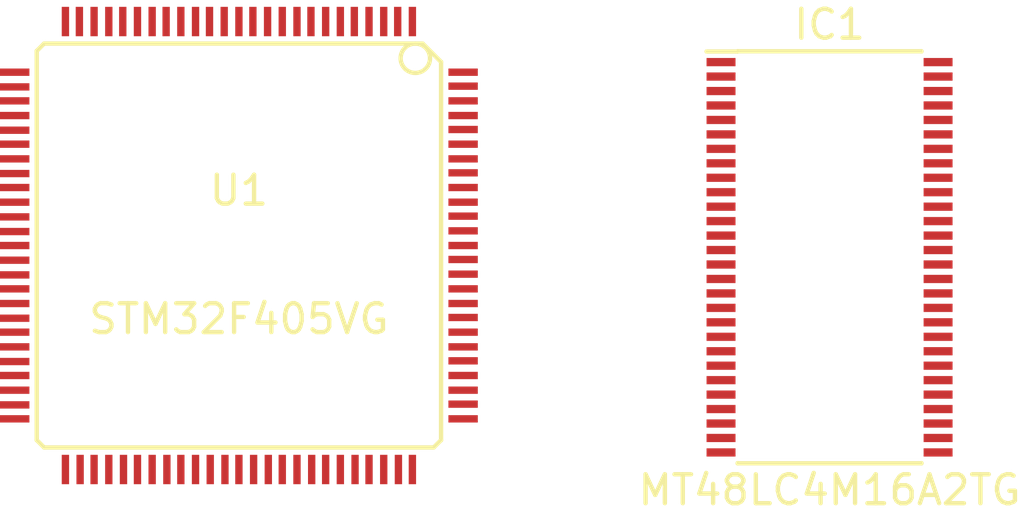
<source format=kicad_pcb>
(kicad_pcb (version 4) (host pcbnew "(2014-12-04 BZR 5312)-product")

  (general
    (links 0)
    (no_connects 0)
    (area 0 0 0 0)
    (thickness 1.6)
    (drawings 0)
    (tracks 0)
    (zones 0)
    (modules 2)
    (nets 153)
  )

  (page A4)
  (layers
    (0 F.Cu signal)
    (31 B.Cu signal)
    (32 B.Adhes user)
    (33 F.Adhes user)
    (34 B.Paste user)
    (35 F.Paste user)
    (36 B.SilkS user)
    (37 F.SilkS user)
    (38 B.Mask user)
    (39 F.Mask user)
    (40 Dwgs.User user)
    (41 Cmts.User user)
    (42 Eco1.User user)
    (43 Eco2.User user)
    (44 Edge.Cuts user)
    (45 Margin user)
    (46 B.CrtYd user)
    (47 F.CrtYd user)
    (48 B.Fab user)
    (49 F.Fab user)
  )

  (setup
    (last_trace_width 0.254)
    (trace_clearance 0.254)
    (zone_clearance 0.508)
    (zone_45_only no)
    (trace_min 0.254)
    (segment_width 0.2)
    (edge_width 0.1)
    (via_size 0.889)
    (via_drill 0.635)
    (via_min_size 0.889)
    (via_min_drill 0.508)
    (uvia_size 0.508)
    (uvia_drill 0.127)
    (uvias_allowed no)
    (uvia_min_size 0.508)
    (uvia_min_drill 0.127)
    (pcb_text_width 0.3)
    (pcb_text_size 1.5 1.5)
    (mod_edge_width 0.15)
    (mod_text_size 1 1)
    (mod_text_width 0.15)
    (pad_size 1.5 1.5)
    (pad_drill 0.6)
    (pad_to_mask_clearance 0)
    (aux_axis_origin 0 0)
    (visible_elements FFFFFF7F)
    (pcbplotparams
      (layerselection 0x00030_80000001)
      (usegerberextensions false)
      (excludeedgelayer true)
      (linewidth 0.100000)
      (plotframeref false)
      (viasonmask false)
      (mode 1)
      (useauxorigin false)
      (hpglpennumber 1)
      (hpglpenspeed 20)
      (hpglpendiameter 15)
      (hpglpenoverlay 2)
      (psnegative false)
      (psa4output false)
      (plotreference true)
      (plotvalue true)
      (plotinvisibletext false)
      (padsonsilk false)
      (subtractmaskfromsilk false)
      (outputformat 1)
      (mirror false)
      (drillshape 1)
      (scaleselection 1)
      (outputdirectory ""))
  )

  (net 0 "")
  (net 1 "Net-(IC1-Pad1)")
  (net 2 "Net-(IC1-Pad2)")
  (net 3 "Net-(IC1-Pad3)")
  (net 4 "Net-(IC1-Pad4)")
  (net 5 "Net-(IC1-Pad5)")
  (net 6 "Net-(IC1-Pad6)")
  (net 7 "Net-(IC1-Pad7)")
  (net 8 "Net-(IC1-Pad8)")
  (net 9 "Net-(IC1-Pad9)")
  (net 10 "Net-(IC1-Pad10)")
  (net 11 "Net-(IC1-Pad11)")
  (net 12 "Net-(IC1-Pad12)")
  (net 13 "Net-(IC1-Pad13)")
  (net 14 "Net-(IC1-Pad14)")
  (net 15 "Net-(IC1-Pad15)")
  (net 16 "Net-(IC1-Pad16)")
  (net 17 "Net-(IC1-Pad17)")
  (net 18 "Net-(IC1-Pad18)")
  (net 19 "Net-(IC1-Pad19)")
  (net 20 "Net-(IC1-Pad20)")
  (net 21 "Net-(IC1-Pad21)")
  (net 22 "Net-(IC1-Pad22)")
  (net 23 "Net-(IC1-Pad23)")
  (net 24 "Net-(IC1-Pad24)")
  (net 25 "Net-(IC1-Pad25)")
  (net 26 "Net-(IC1-Pad26)")
  (net 27 "Net-(IC1-Pad27)")
  (net 28 "Net-(IC1-Pad28)")
  (net 29 "Net-(IC1-Pad29)")
  (net 30 "Net-(IC1-Pad30)")
  (net 31 "Net-(IC1-Pad31)")
  (net 32 "Net-(IC1-Pad32)")
  (net 33 "Net-(IC1-Pad33)")
  (net 34 "Net-(IC1-Pad34)")
  (net 35 "Net-(IC1-Pad35)")
  (net 36 "Net-(IC1-Pad37)")
  (net 37 "Net-(IC1-Pad38)")
  (net 38 "Net-(IC1-Pad39)")
  (net 39 "Net-(IC1-Pad41)")
  (net 40 "Net-(IC1-Pad42)")
  (net 41 "Net-(IC1-Pad43)")
  (net 42 "Net-(IC1-Pad44)")
  (net 43 "Net-(IC1-Pad45)")
  (net 44 "Net-(IC1-Pad46)")
  (net 45 "Net-(IC1-Pad47)")
  (net 46 "Net-(IC1-Pad48)")
  (net 47 "Net-(IC1-Pad49)")
  (net 48 "Net-(IC1-Pad50)")
  (net 49 "Net-(IC1-Pad51)")
  (net 50 "Net-(IC1-Pad52)")
  (net 51 "Net-(IC1-Pad53)")
  (net 52 "Net-(IC1-Pad54)")
  (net 53 "Net-(U1-Pad100)")
  (net 54 "Net-(U1-Pad76)")
  (net 55 "Net-(U1-Pad77)")
  (net 56 "Net-(U1-Pad78)")
  (net 57 "Net-(U1-Pad79)")
  (net 58 "Net-(U1-Pad80)")
  (net 59 "Net-(U1-Pad81)")
  (net 60 "Net-(U1-Pad82)")
  (net 61 "Net-(U1-Pad83)")
  (net 62 "Net-(U1-Pad84)")
  (net 63 "Net-(U1-Pad85)")
  (net 64 "Net-(U1-Pad86)")
  (net 65 "Net-(U1-Pad87)")
  (net 66 "Net-(U1-Pad88)")
  (net 67 "Net-(U1-Pad89)")
  (net 68 "Net-(U1-Pad90)")
  (net 69 "Net-(U1-Pad91)")
  (net 70 "Net-(U1-Pad92)")
  (net 71 "Net-(U1-Pad93)")
  (net 72 "Net-(U1-Pad94)")
  (net 73 "Net-(U1-Pad95)")
  (net 74 "Net-(U1-Pad96)")
  (net 75 "Net-(U1-Pad97)")
  (net 76 "Net-(U1-Pad98)")
  (net 77 "Net-(U1-Pad99)")
  (net 78 "Net-(U1-Pad75)")
  (net 79 "Net-(U1-Pad51)")
  (net 80 "Net-(U1-Pad52)")
  (net 81 "Net-(U1-Pad53)")
  (net 82 "Net-(U1-Pad54)")
  (net 83 "Net-(U1-Pad55)")
  (net 84 "Net-(U1-Pad56)")
  (net 85 "Net-(U1-Pad57)")
  (net 86 "Net-(U1-Pad58)")
  (net 87 "Net-(U1-Pad59)")
  (net 88 "Net-(U1-Pad60)")
  (net 89 "Net-(U1-Pad61)")
  (net 90 "Net-(U1-Pad62)")
  (net 91 "Net-(U1-Pad63)")
  (net 92 "Net-(U1-Pad64)")
  (net 93 "Net-(U1-Pad65)")
  (net 94 "Net-(U1-Pad66)")
  (net 95 "Net-(U1-Pad67)")
  (net 96 "Net-(U1-Pad68)")
  (net 97 "Net-(U1-Pad69)")
  (net 98 "Net-(U1-Pad70)")
  (net 99 "Net-(U1-Pad71)")
  (net 100 "Net-(U1-Pad72)")
  (net 101 "Net-(U1-Pad73)")
  (net 102 "Net-(U1-Pad74)")
  (net 103 "Net-(U1-Pad1)")
  (net 104 "Net-(U1-Pad2)")
  (net 105 "Net-(U1-Pad3)")
  (net 106 "Net-(U1-Pad4)")
  (net 107 "Net-(U1-Pad5)")
  (net 108 "Net-(U1-Pad6)")
  (net 109 "Net-(U1-Pad7)")
  (net 110 "Net-(U1-Pad8)")
  (net 111 "Net-(U1-Pad9)")
  (net 112 "Net-(U1-Pad10)")
  (net 113 "Net-(U1-Pad11)")
  (net 114 "Net-(U1-Pad12)")
  (net 115 "Net-(U1-Pad13)")
  (net 116 "Net-(U1-Pad14)")
  (net 117 "Net-(U1-Pad15)")
  (net 118 "Net-(U1-Pad16)")
  (net 119 "Net-(U1-Pad17)")
  (net 120 "Net-(U1-Pad18)")
  (net 121 "Net-(U1-Pad19)")
  (net 122 "Net-(U1-Pad20)")
  (net 123 "Net-(U1-Pad21)")
  (net 124 "Net-(U1-Pad22)")
  (net 125 "Net-(U1-Pad23)")
  (net 126 "Net-(U1-Pad24)")
  (net 127 "Net-(U1-Pad25)")
  (net 128 "Net-(U1-Pad26)")
  (net 129 "Net-(U1-Pad27)")
  (net 130 "Net-(U1-Pad28)")
  (net 131 "Net-(U1-Pad29)")
  (net 132 "Net-(U1-Pad30)")
  (net 133 "Net-(U1-Pad31)")
  (net 134 "Net-(U1-Pad32)")
  (net 135 "Net-(U1-Pad33)")
  (net 136 "Net-(U1-Pad34)")
  (net 137 "Net-(U1-Pad35)")
  (net 138 "Net-(U1-Pad36)")
  (net 139 "Net-(U1-Pad37)")
  (net 140 "Net-(U1-Pad38)")
  (net 141 "Net-(U1-Pad39)")
  (net 142 "Net-(U1-Pad40)")
  (net 143 "Net-(U1-Pad41)")
  (net 144 "Net-(U1-Pad42)")
  (net 145 "Net-(U1-Pad43)")
  (net 146 "Net-(U1-Pad44)")
  (net 147 "Net-(U1-Pad45)")
  (net 148 "Net-(U1-Pad46)")
  (net 149 "Net-(U1-Pad47)")
  (net 150 "Net-(U1-Pad48)")
  (net 151 "Net-(U1-Pad49)")
  (net 152 "Net-(U1-Pad50)")

  (net_class Default "This is the default net class."
    (clearance 0.254)
    (trace_width 0.254)
    (via_dia 0.889)
    (via_drill 0.635)
    (uvia_dia 0.508)
    (uvia_drill 0.127)
    (add_net "Net-(IC1-Pad1)")
    (add_net "Net-(IC1-Pad10)")
    (add_net "Net-(IC1-Pad11)")
    (add_net "Net-(IC1-Pad12)")
    (add_net "Net-(IC1-Pad13)")
    (add_net "Net-(IC1-Pad14)")
    (add_net "Net-(IC1-Pad15)")
    (add_net "Net-(IC1-Pad16)")
    (add_net "Net-(IC1-Pad17)")
    (add_net "Net-(IC1-Pad18)")
    (add_net "Net-(IC1-Pad19)")
    (add_net "Net-(IC1-Pad2)")
    (add_net "Net-(IC1-Pad20)")
    (add_net "Net-(IC1-Pad21)")
    (add_net "Net-(IC1-Pad22)")
    (add_net "Net-(IC1-Pad23)")
    (add_net "Net-(IC1-Pad24)")
    (add_net "Net-(IC1-Pad25)")
    (add_net "Net-(IC1-Pad26)")
    (add_net "Net-(IC1-Pad27)")
    (add_net "Net-(IC1-Pad28)")
    (add_net "Net-(IC1-Pad29)")
    (add_net "Net-(IC1-Pad3)")
    (add_net "Net-(IC1-Pad30)")
    (add_net "Net-(IC1-Pad31)")
    (add_net "Net-(IC1-Pad32)")
    (add_net "Net-(IC1-Pad33)")
    (add_net "Net-(IC1-Pad34)")
    (add_net "Net-(IC1-Pad35)")
    (add_net "Net-(IC1-Pad37)")
    (add_net "Net-(IC1-Pad38)")
    (add_net "Net-(IC1-Pad39)")
    (add_net "Net-(IC1-Pad4)")
    (add_net "Net-(IC1-Pad41)")
    (add_net "Net-(IC1-Pad42)")
    (add_net "Net-(IC1-Pad43)")
    (add_net "Net-(IC1-Pad44)")
    (add_net "Net-(IC1-Pad45)")
    (add_net "Net-(IC1-Pad46)")
    (add_net "Net-(IC1-Pad47)")
    (add_net "Net-(IC1-Pad48)")
    (add_net "Net-(IC1-Pad49)")
    (add_net "Net-(IC1-Pad5)")
    (add_net "Net-(IC1-Pad50)")
    (add_net "Net-(IC1-Pad51)")
    (add_net "Net-(IC1-Pad52)")
    (add_net "Net-(IC1-Pad53)")
    (add_net "Net-(IC1-Pad54)")
    (add_net "Net-(IC1-Pad6)")
    (add_net "Net-(IC1-Pad7)")
    (add_net "Net-(IC1-Pad8)")
    (add_net "Net-(IC1-Pad9)")
    (add_net "Net-(U1-Pad1)")
    (add_net "Net-(U1-Pad10)")
    (add_net "Net-(U1-Pad100)")
    (add_net "Net-(U1-Pad11)")
    (add_net "Net-(U1-Pad12)")
    (add_net "Net-(U1-Pad13)")
    (add_net "Net-(U1-Pad14)")
    (add_net "Net-(U1-Pad15)")
    (add_net "Net-(U1-Pad16)")
    (add_net "Net-(U1-Pad17)")
    (add_net "Net-(U1-Pad18)")
    (add_net "Net-(U1-Pad19)")
    (add_net "Net-(U1-Pad2)")
    (add_net "Net-(U1-Pad20)")
    (add_net "Net-(U1-Pad21)")
    (add_net "Net-(U1-Pad22)")
    (add_net "Net-(U1-Pad23)")
    (add_net "Net-(U1-Pad24)")
    (add_net "Net-(U1-Pad25)")
    (add_net "Net-(U1-Pad26)")
    (add_net "Net-(U1-Pad27)")
    (add_net "Net-(U1-Pad28)")
    (add_net "Net-(U1-Pad29)")
    (add_net "Net-(U1-Pad3)")
    (add_net "Net-(U1-Pad30)")
    (add_net "Net-(U1-Pad31)")
    (add_net "Net-(U1-Pad32)")
    (add_net "Net-(U1-Pad33)")
    (add_net "Net-(U1-Pad34)")
    (add_net "Net-(U1-Pad35)")
    (add_net "Net-(U1-Pad36)")
    (add_net "Net-(U1-Pad37)")
    (add_net "Net-(U1-Pad38)")
    (add_net "Net-(U1-Pad39)")
    (add_net "Net-(U1-Pad4)")
    (add_net "Net-(U1-Pad40)")
    (add_net "Net-(U1-Pad41)")
    (add_net "Net-(U1-Pad42)")
    (add_net "Net-(U1-Pad43)")
    (add_net "Net-(U1-Pad44)")
    (add_net "Net-(U1-Pad45)")
    (add_net "Net-(U1-Pad46)")
    (add_net "Net-(U1-Pad47)")
    (add_net "Net-(U1-Pad48)")
    (add_net "Net-(U1-Pad49)")
    (add_net "Net-(U1-Pad5)")
    (add_net "Net-(U1-Pad50)")
    (add_net "Net-(U1-Pad51)")
    (add_net "Net-(U1-Pad52)")
    (add_net "Net-(U1-Pad53)")
    (add_net "Net-(U1-Pad54)")
    (add_net "Net-(U1-Pad55)")
    (add_net "Net-(U1-Pad56)")
    (add_net "Net-(U1-Pad57)")
    (add_net "Net-(U1-Pad58)")
    (add_net "Net-(U1-Pad59)")
    (add_net "Net-(U1-Pad6)")
    (add_net "Net-(U1-Pad60)")
    (add_net "Net-(U1-Pad61)")
    (add_net "Net-(U1-Pad62)")
    (add_net "Net-(U1-Pad63)")
    (add_net "Net-(U1-Pad64)")
    (add_net "Net-(U1-Pad65)")
    (add_net "Net-(U1-Pad66)")
    (add_net "Net-(U1-Pad67)")
    (add_net "Net-(U1-Pad68)")
    (add_net "Net-(U1-Pad69)")
    (add_net "Net-(U1-Pad7)")
    (add_net "Net-(U1-Pad70)")
    (add_net "Net-(U1-Pad71)")
    (add_net "Net-(U1-Pad72)")
    (add_net "Net-(U1-Pad73)")
    (add_net "Net-(U1-Pad74)")
    (add_net "Net-(U1-Pad75)")
    (add_net "Net-(U1-Pad76)")
    (add_net "Net-(U1-Pad77)")
    (add_net "Net-(U1-Pad78)")
    (add_net "Net-(U1-Pad79)")
    (add_net "Net-(U1-Pad8)")
    (add_net "Net-(U1-Pad80)")
    (add_net "Net-(U1-Pad81)")
    (add_net "Net-(U1-Pad82)")
    (add_net "Net-(U1-Pad83)")
    (add_net "Net-(U1-Pad84)")
    (add_net "Net-(U1-Pad85)")
    (add_net "Net-(U1-Pad86)")
    (add_net "Net-(U1-Pad87)")
    (add_net "Net-(U1-Pad88)")
    (add_net "Net-(U1-Pad89)")
    (add_net "Net-(U1-Pad9)")
    (add_net "Net-(U1-Pad90)")
    (add_net "Net-(U1-Pad91)")
    (add_net "Net-(U1-Pad92)")
    (add_net "Net-(U1-Pad93)")
    (add_net "Net-(U1-Pad94)")
    (add_net "Net-(U1-Pad95)")
    (add_net "Net-(U1-Pad96)")
    (add_net "Net-(U1-Pad97)")
    (add_net "Net-(U1-Pad98)")
    (add_net "Net-(U1-Pad99)")
  )

  (module Housings_SSOP:TSSOP-56_6.1x14mm_Pitch0.5mm (layer F.Cu) (tedit 54130A77) (tstamp 54B5A414)
    (at 168.91 105.41)
    (descr "TSSOP56: plastic thin shrink small outline package; 56 leads; body width 6.1 mm (see NXP SSOP-TSSOP-VSO-REFLOW.pdf and sot364-1_po.pdf)")
    (tags "SSOP 0.5")
    (path /54B5A1C5)
    (attr smd)
    (fp_text reference IC1 (at 0 -8.05) (layer F.SilkS)
      (effects (font (size 1 1) (thickness 0.15)))
    )
    (fp_text value MT48LC4M16A2TG (at 0 8.05) (layer F.SilkS)
      (effects (font (size 1 1) (thickness 0.15)))
    )
    (fp_line (start -4.5 -7.3) (end -4.5 7.3) (layer F.CrtYd) (width 0.05))
    (fp_line (start 4.5 -7.3) (end 4.5 7.3) (layer F.CrtYd) (width 0.05))
    (fp_line (start -4.5 -7.3) (end 4.5 -7.3) (layer F.CrtYd) (width 0.05))
    (fp_line (start -4.5 7.3) (end 4.5 7.3) (layer F.CrtYd) (width 0.05))
    (fp_line (start -3.175 -7.125) (end -3.175 -7.1175) (layer F.SilkS) (width 0.15))
    (fp_line (start 3.175 -7.125) (end 3.175 -7.1175) (layer F.SilkS) (width 0.15))
    (fp_line (start 3.175 7.125) (end 3.175 7.1175) (layer F.SilkS) (width 0.15))
    (fp_line (start -3.175 7.125) (end -3.175 7.1175) (layer F.SilkS) (width 0.15))
    (fp_line (start -3.175 -7.125) (end 3.175 -7.125) (layer F.SilkS) (width 0.15))
    (fp_line (start -3.175 7.125) (end 3.175 7.125) (layer F.SilkS) (width 0.15))
    (fp_line (start -3.175 -7.1175) (end -4.25 -7.1175) (layer F.SilkS) (width 0.15))
    (pad 1 smd rect (at -3.75 -6.75) (size 1 0.285) (layers F.Cu F.Paste F.Mask)
      (net 1 "Net-(IC1-Pad1)"))
    (pad 2 smd rect (at -3.75 -6.25) (size 1 0.285) (layers F.Cu F.Paste F.Mask)
      (net 2 "Net-(IC1-Pad2)"))
    (pad 3 smd rect (at -3.75 -5.75) (size 1 0.285) (layers F.Cu F.Paste F.Mask)
      (net 3 "Net-(IC1-Pad3)"))
    (pad 4 smd rect (at -3.75 -5.25) (size 1 0.285) (layers F.Cu F.Paste F.Mask)
      (net 4 "Net-(IC1-Pad4)"))
    (pad 5 smd rect (at -3.75 -4.75) (size 1 0.285) (layers F.Cu F.Paste F.Mask)
      (net 5 "Net-(IC1-Pad5)"))
    (pad 6 smd rect (at -3.75 -4.25) (size 1 0.285) (layers F.Cu F.Paste F.Mask)
      (net 6 "Net-(IC1-Pad6)"))
    (pad 7 smd rect (at -3.75 -3.75) (size 1 0.285) (layers F.Cu F.Paste F.Mask)
      (net 7 "Net-(IC1-Pad7)"))
    (pad 8 smd rect (at -3.75 -3.25) (size 1 0.285) (layers F.Cu F.Paste F.Mask)
      (net 8 "Net-(IC1-Pad8)"))
    (pad 9 smd rect (at -3.75 -2.75) (size 1 0.285) (layers F.Cu F.Paste F.Mask)
      (net 9 "Net-(IC1-Pad9)"))
    (pad 10 smd rect (at -3.75 -2.25) (size 1 0.285) (layers F.Cu F.Paste F.Mask)
      (net 10 "Net-(IC1-Pad10)"))
    (pad 11 smd rect (at -3.75 -1.75) (size 1 0.285) (layers F.Cu F.Paste F.Mask)
      (net 11 "Net-(IC1-Pad11)"))
    (pad 12 smd rect (at -3.75 -1.25) (size 1 0.285) (layers F.Cu F.Paste F.Mask)
      (net 12 "Net-(IC1-Pad12)"))
    (pad 13 smd rect (at -3.75 -0.75) (size 1 0.285) (layers F.Cu F.Paste F.Mask)
      (net 13 "Net-(IC1-Pad13)"))
    (pad 14 smd rect (at -3.75 -0.25) (size 1 0.285) (layers F.Cu F.Paste F.Mask)
      (net 14 "Net-(IC1-Pad14)"))
    (pad 15 smd rect (at -3.75 0.25) (size 1 0.285) (layers F.Cu F.Paste F.Mask)
      (net 15 "Net-(IC1-Pad15)"))
    (pad 16 smd rect (at -3.75 0.75) (size 1 0.285) (layers F.Cu F.Paste F.Mask)
      (net 16 "Net-(IC1-Pad16)"))
    (pad 17 smd rect (at -3.75 1.25) (size 1 0.285) (layers F.Cu F.Paste F.Mask)
      (net 17 "Net-(IC1-Pad17)"))
    (pad 18 smd rect (at -3.75 1.75) (size 1 0.285) (layers F.Cu F.Paste F.Mask)
      (net 18 "Net-(IC1-Pad18)"))
    (pad 19 smd rect (at -3.75 2.25) (size 1 0.285) (layers F.Cu F.Paste F.Mask)
      (net 19 "Net-(IC1-Pad19)"))
    (pad 20 smd rect (at -3.75 2.75) (size 1 0.285) (layers F.Cu F.Paste F.Mask)
      (net 20 "Net-(IC1-Pad20)"))
    (pad 21 smd rect (at -3.75 3.25) (size 1 0.285) (layers F.Cu F.Paste F.Mask)
      (net 21 "Net-(IC1-Pad21)"))
    (pad 22 smd rect (at -3.75 3.75) (size 1 0.285) (layers F.Cu F.Paste F.Mask)
      (net 22 "Net-(IC1-Pad22)"))
    (pad 23 smd rect (at -3.75 4.25) (size 1 0.285) (layers F.Cu F.Paste F.Mask)
      (net 23 "Net-(IC1-Pad23)"))
    (pad 24 smd rect (at -3.75 4.75) (size 1 0.285) (layers F.Cu F.Paste F.Mask)
      (net 24 "Net-(IC1-Pad24)"))
    (pad 25 smd rect (at -3.75 5.25) (size 1 0.285) (layers F.Cu F.Paste F.Mask)
      (net 25 "Net-(IC1-Pad25)"))
    (pad 26 smd rect (at -3.75 5.75) (size 1 0.285) (layers F.Cu F.Paste F.Mask)
      (net 26 "Net-(IC1-Pad26)"))
    (pad 27 smd rect (at -3.75 6.25) (size 1 0.285) (layers F.Cu F.Paste F.Mask)
      (net 27 "Net-(IC1-Pad27)"))
    (pad 28 smd rect (at -3.75 6.75) (size 1 0.285) (layers F.Cu F.Paste F.Mask)
      (net 28 "Net-(IC1-Pad28)"))
    (pad 29 smd rect (at 3.75 6.75) (size 1 0.285) (layers F.Cu F.Paste F.Mask)
      (net 29 "Net-(IC1-Pad29)"))
    (pad 30 smd rect (at 3.75 6.25) (size 1 0.285) (layers F.Cu F.Paste F.Mask)
      (net 30 "Net-(IC1-Pad30)"))
    (pad 31 smd rect (at 3.75 5.75) (size 1 0.285) (layers F.Cu F.Paste F.Mask)
      (net 31 "Net-(IC1-Pad31)"))
    (pad 32 smd rect (at 3.75 5.25) (size 1 0.285) (layers F.Cu F.Paste F.Mask)
      (net 32 "Net-(IC1-Pad32)"))
    (pad 33 smd rect (at 3.75 4.75) (size 1 0.285) (layers F.Cu F.Paste F.Mask)
      (net 33 "Net-(IC1-Pad33)"))
    (pad 34 smd rect (at 3.75 4.25) (size 1 0.285) (layers F.Cu F.Paste F.Mask)
      (net 34 "Net-(IC1-Pad34)"))
    (pad 35 smd rect (at 3.75 3.75) (size 1 0.285) (layers F.Cu F.Paste F.Mask)
      (net 35 "Net-(IC1-Pad35)"))
    (pad 36 smd rect (at 3.75 3.25) (size 1 0.285) (layers F.Cu F.Paste F.Mask))
    (pad 37 smd rect (at 3.75 2.75) (size 1 0.285) (layers F.Cu F.Paste F.Mask)
      (net 36 "Net-(IC1-Pad37)"))
    (pad 38 smd rect (at 3.75 2.25) (size 1 0.285) (layers F.Cu F.Paste F.Mask)
      (net 37 "Net-(IC1-Pad38)"))
    (pad 39 smd rect (at 3.75 1.75) (size 1 0.285) (layers F.Cu F.Paste F.Mask)
      (net 38 "Net-(IC1-Pad39)"))
    (pad 40 smd rect (at 3.75 1.25) (size 1 0.285) (layers F.Cu F.Paste F.Mask))
    (pad 41 smd rect (at 3.75 0.75) (size 1 0.285) (layers F.Cu F.Paste F.Mask)
      (net 39 "Net-(IC1-Pad41)"))
    (pad 42 smd rect (at 3.75 0.25) (size 1 0.285) (layers F.Cu F.Paste F.Mask)
      (net 40 "Net-(IC1-Pad42)"))
    (pad 43 smd rect (at 3.75 -0.25) (size 1 0.285) (layers F.Cu F.Paste F.Mask)
      (net 41 "Net-(IC1-Pad43)"))
    (pad 44 smd rect (at 3.75 -0.75) (size 1 0.285) (layers F.Cu F.Paste F.Mask)
      (net 42 "Net-(IC1-Pad44)"))
    (pad 45 smd rect (at 3.75 -1.25) (size 1 0.285) (layers F.Cu F.Paste F.Mask)
      (net 43 "Net-(IC1-Pad45)"))
    (pad 46 smd rect (at 3.75 -1.75) (size 1 0.285) (layers F.Cu F.Paste F.Mask)
      (net 44 "Net-(IC1-Pad46)"))
    (pad 47 smd rect (at 3.75 -2.25) (size 1 0.285) (layers F.Cu F.Paste F.Mask)
      (net 45 "Net-(IC1-Pad47)"))
    (pad 48 smd rect (at 3.75 -2.75) (size 1 0.285) (layers F.Cu F.Paste F.Mask)
      (net 46 "Net-(IC1-Pad48)"))
    (pad 49 smd rect (at 3.75 -3.25) (size 1 0.285) (layers F.Cu F.Paste F.Mask)
      (net 47 "Net-(IC1-Pad49)"))
    (pad 50 smd rect (at 3.75 -3.75) (size 1 0.285) (layers F.Cu F.Paste F.Mask)
      (net 48 "Net-(IC1-Pad50)"))
    (pad 51 smd rect (at 3.75 -4.25) (size 1 0.285) (layers F.Cu F.Paste F.Mask)
      (net 49 "Net-(IC1-Pad51)"))
    (pad 52 smd rect (at 3.75 -4.75) (size 1 0.285) (layers F.Cu F.Paste F.Mask)
      (net 50 "Net-(IC1-Pad52)"))
    (pad 53 smd rect (at 3.75 -5.25) (size 1 0.285) (layers F.Cu F.Paste F.Mask)
      (net 51 "Net-(IC1-Pad53)"))
    (pad 54 smd rect (at 3.75 -5.75) (size 1 0.285) (layers F.Cu F.Paste F.Mask)
      (net 52 "Net-(IC1-Pad54)"))
    (pad 55 smd rect (at 3.75 -6.25) (size 1 0.285) (layers F.Cu F.Paste F.Mask))
    (pad 56 smd rect (at 3.75 -6.75) (size 1 0.285) (layers F.Cu F.Paste F.Mask))
    (model Housings_SSOP/TSSOP-56_6.1x14mm_Pitch0.5mm.wrl
      (at (xyz 0 0 0))
      (scale (xyz 1 1 1))
      (rotate (xyz 0 0 0))
    )
  )

  (module SMD_Packages:TQFP-100 (layer F.Cu) (tedit 54B5A3CE) (tstamp 54B5A485)
    (at 148.5011 105.0036)
    (descr "Module SMD TQFP 100 Pins")
    (tags "CMS TQFP")
    (path /54B59653)
    (attr smd)
    (fp_text reference U1 (at 0 -1.905) (layer F.SilkS)
      (effects (font (size 1 1) (thickness 0.15)))
    )
    (fp_text value STM32F405VG (at 0 2.54) (layer F.SilkS)
      (effects (font (size 1 1) (thickness 0.15)))
    )
    (fp_circle (center 6.096 -6.477) (end 6.096 -6.985) (layer F.SilkS) (width 0.15))
    (fp_line (start 6.985 -6.35) (end 6.35 -6.985) (layer F.SilkS) (width 0.15))
    (fp_line (start -6.985 -6.731) (end -6.731 -6.985) (layer F.SilkS) (width 0.15))
    (fp_line (start -6.985 6.731) (end -6.731 6.985) (layer F.SilkS) (width 0.15))
    (fp_line (start 6.731 6.985) (end 6.985 6.731) (layer F.SilkS) (width 0.15))
    (fp_line (start 6.35 -6.985) (end -6.731 -6.985) (layer F.SilkS) (width 0.15))
    (fp_line (start -6.985 -6.731) (end -6.985 6.731) (layer F.SilkS) (width 0.15))
    (fp_line (start -6.731 6.985) (end 6.731 6.985) (layer F.SilkS) (width 0.15))
    (fp_line (start 6.985 6.731) (end 6.985 -6.35) (layer F.SilkS) (width 0.15))
    (pad 100 smd rect (at 7.747 -5.9944) (size 1.016 0.254) (layers F.Cu F.Paste F.Mask)
      (net 53 "Net-(U1-Pad100)"))
    (pad 76 smd rect (at 7.747 5.9944) (size 1.016 0.254) (layers F.Cu F.Paste F.Mask)
      (net 54 "Net-(U1-Pad76)"))
    (pad 77 smd rect (at 7.747 5.4864) (size 1.016 0.254) (layers F.Cu F.Paste F.Mask)
      (net 55 "Net-(U1-Pad77)"))
    (pad 78 smd rect (at 7.747 5.0038) (size 1.016 0.254) (layers F.Cu F.Paste F.Mask)
      (net 56 "Net-(U1-Pad78)"))
    (pad 79 smd rect (at 7.747 4.4958) (size 1.016 0.254) (layers F.Cu F.Paste F.Mask)
      (net 57 "Net-(U1-Pad79)"))
    (pad 80 smd rect (at 7.747 3.9878) (size 1.016 0.254) (layers F.Cu F.Paste F.Mask)
      (net 58 "Net-(U1-Pad80)"))
    (pad 81 smd rect (at 7.747 3.5052) (size 1.016 0.254) (layers F.Cu F.Paste F.Mask)
      (net 59 "Net-(U1-Pad81)"))
    (pad 82 smd rect (at 7.747 2.9972) (size 1.016 0.254) (layers F.Cu F.Paste F.Mask)
      (net 60 "Net-(U1-Pad82)"))
    (pad 83 smd rect (at 7.747 2.4892) (size 1.016 0.254) (layers F.Cu F.Paste F.Mask)
      (net 61 "Net-(U1-Pad83)"))
    (pad 84 smd rect (at 7.747 2.0066) (size 1.016 0.254) (layers F.Cu F.Paste F.Mask)
      (net 62 "Net-(U1-Pad84)"))
    (pad 85 smd rect (at 7.747 1.4986) (size 1.016 0.254) (layers F.Cu F.Paste F.Mask)
      (net 63 "Net-(U1-Pad85)"))
    (pad 86 smd rect (at 7.747 0.9906) (size 1.016 0.254) (layers F.Cu F.Paste F.Mask)
      (net 64 "Net-(U1-Pad86)"))
    (pad 87 smd rect (at 7.747 0.4826) (size 1.016 0.254) (layers F.Cu F.Paste F.Mask)
      (net 65 "Net-(U1-Pad87)"))
    (pad 88 smd rect (at 7.747 0) (size 1.016 0.254) (layers F.Cu F.Paste F.Mask)
      (net 66 "Net-(U1-Pad88)"))
    (pad 89 smd rect (at 7.747 -0.508) (size 1.016 0.254) (layers F.Cu F.Paste F.Mask)
      (net 67 "Net-(U1-Pad89)"))
    (pad 90 smd rect (at 7.747 -1.016) (size 1.016 0.254) (layers F.Cu F.Paste F.Mask)
      (net 68 "Net-(U1-Pad90)"))
    (pad 91 smd rect (at 7.747 -1.4986) (size 1.016 0.254) (layers F.Cu F.Paste F.Mask)
      (net 69 "Net-(U1-Pad91)"))
    (pad 92 smd rect (at 7.747 -2.0066) (size 1.016 0.254) (layers F.Cu F.Paste F.Mask)
      (net 70 "Net-(U1-Pad92)"))
    (pad 93 smd rect (at 7.747 -2.5146) (size 1.016 0.254) (layers F.Cu F.Paste F.Mask)
      (net 71 "Net-(U1-Pad93)"))
    (pad 94 smd rect (at 7.747 -2.9972) (size 1.016 0.254) (layers F.Cu F.Paste F.Mask)
      (net 72 "Net-(U1-Pad94)"))
    (pad 95 smd rect (at 7.747 -3.5052) (size 1.016 0.254) (layers F.Cu F.Paste F.Mask)
      (net 73 "Net-(U1-Pad95)"))
    (pad 96 smd rect (at 7.747 -4.0132) (size 1.016 0.254) (layers F.Cu F.Paste F.Mask)
      (net 74 "Net-(U1-Pad96)"))
    (pad 97 smd rect (at 7.747 -4.4958) (size 1.016 0.254) (layers F.Cu F.Paste F.Mask)
      (net 75 "Net-(U1-Pad97)"))
    (pad 98 smd rect (at 7.747 -5.0038) (size 1.016 0.254) (layers F.Cu F.Paste F.Mask)
      (net 76 "Net-(U1-Pad98)"))
    (pad 99 smd rect (at 7.747 -5.5118) (size 1.016 0.254) (layers F.Cu F.Paste F.Mask)
      (net 77 "Net-(U1-Pad99)"))
    (pad 75 smd rect (at 5.9944 7.747) (size 0.254 1.016) (layers F.Cu F.Paste F.Mask)
      (net 78 "Net-(U1-Pad75)"))
    (pad 51 smd rect (at -5.9944 7.747) (size 0.254 1.016) (layers F.Cu F.Paste F.Mask)
      (net 79 "Net-(U1-Pad51)"))
    (pad 52 smd rect (at -5.4864 7.747) (size 0.254 1.016) (layers F.Cu F.Paste F.Mask)
      (net 80 "Net-(U1-Pad52)"))
    (pad 53 smd rect (at -5.0038 7.747) (size 0.254 1.016) (layers F.Cu F.Paste F.Mask)
      (net 81 "Net-(U1-Pad53)"))
    (pad 54 smd rect (at -4.4958 7.747) (size 0.254 1.016) (layers F.Cu F.Paste F.Mask)
      (net 82 "Net-(U1-Pad54)"))
    (pad 55 smd rect (at -3.9878 7.747) (size 0.254 1.016) (layers F.Cu F.Paste F.Mask)
      (net 83 "Net-(U1-Pad55)"))
    (pad 56 smd rect (at -3.5052 7.747) (size 0.254 1.016) (layers F.Cu F.Paste F.Mask)
      (net 84 "Net-(U1-Pad56)"))
    (pad 57 smd rect (at -2.9972 7.747) (size 0.254 1.016) (layers F.Cu F.Paste F.Mask)
      (net 85 "Net-(U1-Pad57)"))
    (pad 58 smd rect (at -2.4892 7.747) (size 0.254 1.016) (layers F.Cu F.Paste F.Mask)
      (net 86 "Net-(U1-Pad58)"))
    (pad 59 smd rect (at -2.0066 7.747) (size 0.254 1.016) (layers F.Cu F.Paste F.Mask)
      (net 87 "Net-(U1-Pad59)"))
    (pad 60 smd rect (at -1.4986 7.747) (size 0.254 1.016) (layers F.Cu F.Paste F.Mask)
      (net 88 "Net-(U1-Pad60)"))
    (pad 61 smd rect (at -0.9906 7.747) (size 0.254 1.016) (layers F.Cu F.Paste F.Mask)
      (net 89 "Net-(U1-Pad61)"))
    (pad 62 smd rect (at -0.4826 7.747) (size 0.254 1.016) (layers F.Cu F.Paste F.Mask)
      (net 90 "Net-(U1-Pad62)"))
    (pad 63 smd rect (at 0 7.747) (size 0.254 1.016) (layers F.Cu F.Paste F.Mask)
      (net 91 "Net-(U1-Pad63)"))
    (pad 64 smd rect (at 0.508 7.747) (size 0.254 1.016) (layers F.Cu F.Paste F.Mask)
      (net 92 "Net-(U1-Pad64)"))
    (pad 65 smd rect (at 1.016 7.747) (size 0.254 1.016) (layers F.Cu F.Paste F.Mask)
      (net 93 "Net-(U1-Pad65)"))
    (pad 66 smd rect (at 1.4986 7.747) (size 0.254 1.016) (layers F.Cu F.Paste F.Mask)
      (net 94 "Net-(U1-Pad66)"))
    (pad 67 smd rect (at 2.0066 7.747) (size 0.254 1.016) (layers F.Cu F.Paste F.Mask)
      (net 95 "Net-(U1-Pad67)"))
    (pad 68 smd rect (at 2.5146 7.747) (size 0.254 1.016) (layers F.Cu F.Paste F.Mask)
      (net 96 "Net-(U1-Pad68)"))
    (pad 69 smd rect (at 2.9972 7.747) (size 0.254 1.016) (layers F.Cu F.Paste F.Mask)
      (net 97 "Net-(U1-Pad69)"))
    (pad 70 smd rect (at 3.5052 7.747) (size 0.254 1.016) (layers F.Cu F.Paste F.Mask)
      (net 98 "Net-(U1-Pad70)"))
    (pad 71 smd rect (at 4.0132 7.747) (size 0.254 1.016) (layers F.Cu F.Paste F.Mask)
      (net 99 "Net-(U1-Pad71)"))
    (pad 72 smd rect (at 4.4958 7.747) (size 0.254 1.016) (layers F.Cu F.Paste F.Mask)
      (net 100 "Net-(U1-Pad72)"))
    (pad 73 smd rect (at 5.0038 7.747) (size 0.254 1.016) (layers F.Cu F.Paste F.Mask)
      (net 101 "Net-(U1-Pad73)"))
    (pad 74 smd rect (at 5.5118 7.747) (size 0.254 1.016) (layers F.Cu F.Paste F.Mask)
      (net 102 "Net-(U1-Pad74)"))
    (pad 1 smd rect (at 5.9944 -7.747) (size 0.254 1.016) (layers F.Cu F.Paste F.Mask)
      (net 103 "Net-(U1-Pad1)"))
    (pad 2 smd rect (at 5.4864 -7.747) (size 0.254 1.016) (layers F.Cu F.Paste F.Mask)
      (net 104 "Net-(U1-Pad2)"))
    (pad 3 smd rect (at 5.0038 -7.747) (size 0.254 1.016) (layers F.Cu F.Paste F.Mask)
      (net 105 "Net-(U1-Pad3)"))
    (pad 4 smd rect (at 4.4958 -7.747) (size 0.254 1.016) (layers F.Cu F.Paste F.Mask)
      (net 106 "Net-(U1-Pad4)"))
    (pad 5 smd rect (at 3.9878 -7.747) (size 0.254 1.016) (layers F.Cu F.Paste F.Mask)
      (net 107 "Net-(U1-Pad5)"))
    (pad 6 smd rect (at 3.5052 -7.747) (size 0.254 1.016) (layers F.Cu F.Paste F.Mask)
      (net 108 "Net-(U1-Pad6)"))
    (pad 7 smd rect (at 2.9972 -7.747) (size 0.254 1.016) (layers F.Cu F.Paste F.Mask)
      (net 109 "Net-(U1-Pad7)"))
    (pad 8 smd rect (at 2.4892 -7.747) (size 0.254 1.016) (layers F.Cu F.Paste F.Mask)
      (net 110 "Net-(U1-Pad8)"))
    (pad 9 smd rect (at 2.0066 -7.747) (size 0.254 1.016) (layers F.Cu F.Paste F.Mask)
      (net 111 "Net-(U1-Pad9)"))
    (pad 10 smd rect (at 1.4986 -7.747) (size 0.254 1.016) (layers F.Cu F.Paste F.Mask)
      (net 112 "Net-(U1-Pad10)"))
    (pad 11 smd rect (at 0.9906 -7.747) (size 0.254 1.016) (layers F.Cu F.Paste F.Mask)
      (net 113 "Net-(U1-Pad11)"))
    (pad 12 smd rect (at 0.4826 -7.747) (size 0.254 1.016) (layers F.Cu F.Paste F.Mask)
      (net 114 "Net-(U1-Pad12)"))
    (pad 13 smd rect (at 0 -7.747) (size 0.254 1.016) (layers F.Cu F.Paste F.Mask)
      (net 115 "Net-(U1-Pad13)"))
    (pad 14 smd rect (at -0.508 -7.747) (size 0.254 1.016) (layers F.Cu F.Paste F.Mask)
      (net 116 "Net-(U1-Pad14)"))
    (pad 15 smd rect (at -1.016 -7.747) (size 0.254 1.016) (layers F.Cu F.Paste F.Mask)
      (net 117 "Net-(U1-Pad15)"))
    (pad 16 smd rect (at -1.4986 -7.747) (size 0.254 1.016) (layers F.Cu F.Paste F.Mask)
      (net 118 "Net-(U1-Pad16)"))
    (pad 17 smd rect (at -2.0066 -7.747) (size 0.254 1.016) (layers F.Cu F.Paste F.Mask)
      (net 119 "Net-(U1-Pad17)"))
    (pad 18 smd rect (at -2.5146 -7.747) (size 0.254 1.016) (layers F.Cu F.Paste F.Mask)
      (net 120 "Net-(U1-Pad18)"))
    (pad 19 smd rect (at -2.9972 -7.747) (size 0.254 1.016) (layers F.Cu F.Paste F.Mask)
      (net 121 "Net-(U1-Pad19)"))
    (pad 20 smd rect (at -3.5052 -7.747) (size 0.254 1.016) (layers F.Cu F.Paste F.Mask)
      (net 122 "Net-(U1-Pad20)"))
    (pad 21 smd rect (at -4.0132 -7.747) (size 0.254 1.016) (layers F.Cu F.Paste F.Mask)
      (net 123 "Net-(U1-Pad21)"))
    (pad 22 smd rect (at -4.4958 -7.747) (size 0.254 1.016) (layers F.Cu F.Paste F.Mask)
      (net 124 "Net-(U1-Pad22)"))
    (pad 23 smd rect (at -5.0038 -7.747) (size 0.254 1.016) (layers F.Cu F.Paste F.Mask)
      (net 125 "Net-(U1-Pad23)"))
    (pad 24 smd rect (at -5.5118 -7.747) (size 0.254 1.016) (layers F.Cu F.Paste F.Mask)
      (net 126 "Net-(U1-Pad24)"))
    (pad 25 smd rect (at -5.9944 -7.747) (size 0.254 1.016) (layers F.Cu F.Paste F.Mask)
      (net 127 "Net-(U1-Pad25)"))
    (pad 26 smd rect (at -7.747 -5.9944) (size 1.016 0.254) (layers F.Cu F.Paste F.Mask)
      (net 128 "Net-(U1-Pad26)"))
    (pad 27 smd rect (at -7.747 -5.4864) (size 1.016 0.254) (layers F.Cu F.Paste F.Mask)
      (net 129 "Net-(U1-Pad27)"))
    (pad 28 smd rect (at -7.747 -5.0038) (size 1.016 0.254) (layers F.Cu F.Paste F.Mask)
      (net 130 "Net-(U1-Pad28)"))
    (pad 29 smd rect (at -7.747 -4.4958) (size 1.016 0.254) (layers F.Cu F.Paste F.Mask)
      (net 131 "Net-(U1-Pad29)"))
    (pad 30 smd rect (at -7.747 -3.9878) (size 1.016 0.254) (layers F.Cu F.Paste F.Mask)
      (net 132 "Net-(U1-Pad30)"))
    (pad 31 smd rect (at -7.747 -3.5052) (size 1.016 0.254) (layers F.Cu F.Paste F.Mask)
      (net 133 "Net-(U1-Pad31)"))
    (pad 32 smd rect (at -7.747 -2.9972) (size 1.016 0.254) (layers F.Cu F.Paste F.Mask)
      (net 134 "Net-(U1-Pad32)"))
    (pad 33 smd rect (at -7.747 -2.4892) (size 1.016 0.254) (layers F.Cu F.Paste F.Mask)
      (net 135 "Net-(U1-Pad33)"))
    (pad 34 smd rect (at -7.747 -2.0066) (size 1.016 0.254) (layers F.Cu F.Paste F.Mask)
      (net 136 "Net-(U1-Pad34)"))
    (pad 35 smd rect (at -7.747 -1.4986) (size 1.016 0.254) (layers F.Cu F.Paste F.Mask)
      (net 137 "Net-(U1-Pad35)"))
    (pad 36 smd rect (at -7.747 -0.9906) (size 1.016 0.254) (layers F.Cu F.Paste F.Mask)
      (net 138 "Net-(U1-Pad36)"))
    (pad 37 smd rect (at -7.747 -0.4826) (size 1.016 0.254) (layers F.Cu F.Paste F.Mask)
      (net 139 "Net-(U1-Pad37)"))
    (pad 38 smd rect (at -7.747 0) (size 1.016 0.254) (layers F.Cu F.Paste F.Mask)
      (net 140 "Net-(U1-Pad38)"))
    (pad 39 smd rect (at -7.747 0.508) (size 1.016 0.254) (layers F.Cu F.Paste F.Mask)
      (net 141 "Net-(U1-Pad39)"))
    (pad 40 smd rect (at -7.747 1.016) (size 1.016 0.254) (layers F.Cu F.Paste F.Mask)
      (net 142 "Net-(U1-Pad40)"))
    (pad 41 smd rect (at -7.747 1.4986) (size 1.016 0.254) (layers F.Cu F.Paste F.Mask)
      (net 143 "Net-(U1-Pad41)"))
    (pad 42 smd rect (at -7.747 2.0066) (size 1.016 0.254) (layers F.Cu F.Paste F.Mask)
      (net 144 "Net-(U1-Pad42)"))
    (pad 43 smd rect (at -7.747 2.5146) (size 1.016 0.254) (layers F.Cu F.Paste F.Mask)
      (net 145 "Net-(U1-Pad43)"))
    (pad 44 smd rect (at -7.747 2.9972) (size 1.016 0.254) (layers F.Cu F.Paste F.Mask)
      (net 146 "Net-(U1-Pad44)"))
    (pad 45 smd rect (at -7.747 3.5052) (size 1.016 0.254) (layers F.Cu F.Paste F.Mask)
      (net 147 "Net-(U1-Pad45)"))
    (pad 46 smd rect (at -7.747 4.0132) (size 1.016 0.254) (layers F.Cu F.Paste F.Mask)
      (net 148 "Net-(U1-Pad46)"))
    (pad 47 smd rect (at -7.747 4.4958) (size 1.016 0.254) (layers F.Cu F.Paste F.Mask)
      (net 149 "Net-(U1-Pad47)"))
    (pad 48 smd rect (at -7.747 5.0038) (size 1.016 0.254) (layers F.Cu F.Paste F.Mask)
      (net 150 "Net-(U1-Pad48)"))
    (pad 49 smd rect (at -7.747 5.5118) (size 1.016 0.254) (layers F.Cu F.Paste F.Mask)
      (net 151 "Net-(U1-Pad49)"))
    (pad 50 smd rect (at -7.747 5.9944) (size 1.016 0.254) (layers F.Cu F.Paste F.Mask)
      (net 152 "Net-(U1-Pad50)"))
    (model SMD_Packages/TQFP-100.wrl
      (at (xyz 0 0 0.001))
      (scale (xyz 0.3937 0.3937 0.3937))
      (rotate (xyz 0 0 180))
    )
  )

)

</source>
